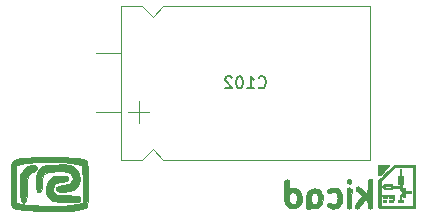
<source format=gbr>
G04 #@! TF.FileFunction,Legend,Bot*
%FSLAX46Y46*%
G04 Gerber Fmt 4.6, Leading zero omitted, Abs format (unit mm)*
G04 Created by KiCad (PCBNEW 4.0.7) date 2017 November 14, Tuesday 05:37:29*
%MOMM*%
%LPD*%
G01*
G04 APERTURE LIST*
%ADD10C,0.076200*%
%ADD11C,0.100000*%
%ADD12C,0.120000*%
%ADD13C,0.150000*%
G04 APERTURE END LIST*
D10*
D11*
G36*
X135125622Y-103269418D02*
X135127762Y-103863076D01*
X135128000Y-104047945D01*
X135129968Y-104688217D01*
X135136635Y-105178453D01*
X135149144Y-105537914D01*
X135168639Y-105785861D01*
X135196265Y-105941554D01*
X135233165Y-106024252D01*
X135246169Y-106037670D01*
X135413404Y-106109142D01*
X135551333Y-106139474D01*
X135551333Y-105685748D01*
X135551333Y-104092371D01*
X135555389Y-103571909D01*
X135566750Y-103122332D01*
X135584205Y-102768665D01*
X135606547Y-102535937D01*
X135630725Y-102449926D01*
X135742173Y-102419092D01*
X135984448Y-102372619D01*
X136320507Y-102317095D01*
X136667892Y-102265485D01*
X137296360Y-102203536D01*
X138023949Y-102175245D01*
X138793863Y-102179497D01*
X139549308Y-102215179D01*
X140233486Y-102281176D01*
X140631333Y-102343237D01*
X141181667Y-102447859D01*
X141204634Y-104069143D01*
X141227601Y-105690426D01*
X140654301Y-105781198D01*
X140318387Y-105833928D01*
X140013576Y-105881002D01*
X139827000Y-105909091D01*
X139586831Y-105926739D01*
X139215475Y-105933161D01*
X138750617Y-105929617D01*
X138229943Y-105917364D01*
X137691138Y-105897660D01*
X137171888Y-105871761D01*
X136709878Y-105840926D01*
X136342794Y-105806412D01*
X136207500Y-105788306D01*
X135551333Y-105685748D01*
X135551333Y-106139474D01*
X135722725Y-106177166D01*
X136146887Y-106239037D01*
X136658644Y-106292051D01*
X137230751Y-106333504D01*
X137835961Y-106360692D01*
X138447031Y-106370910D01*
X138599333Y-106370483D01*
X139084331Y-106365260D01*
X139523111Y-106357201D01*
X139881846Y-106347183D01*
X140126708Y-106336080D01*
X140208000Y-106328816D01*
X140714572Y-106245236D01*
X141122361Y-106162708D01*
X141407538Y-106086632D01*
X141541500Y-106026674D01*
X141578535Y-105948849D01*
X141606694Y-105773790D01*
X141626802Y-105486075D01*
X141639683Y-105070284D01*
X141646163Y-104510996D01*
X141647333Y-104047945D01*
X141646382Y-103431599D01*
X141642423Y-102963164D01*
X141633800Y-102621224D01*
X141618856Y-102384362D01*
X141595934Y-102231160D01*
X141563378Y-102140203D01*
X141519532Y-102090073D01*
X141494688Y-102074597D01*
X141228800Y-101981179D01*
X140823239Y-101901175D01*
X140307227Y-101835830D01*
X139709985Y-101786389D01*
X139060736Y-101754099D01*
X138388702Y-101740204D01*
X137723104Y-101745950D01*
X137093166Y-101772582D01*
X136528109Y-101821346D01*
X136289807Y-101852783D01*
X135924342Y-101904423D01*
X135644238Y-101949352D01*
X135438234Y-102008847D01*
X135295071Y-102104182D01*
X135203488Y-102256632D01*
X135152225Y-102487471D01*
X135130023Y-102817975D01*
X135125622Y-103269418D01*
X135125622Y-103269418D01*
X135125622Y-103269418D01*
G37*
X135125622Y-103269418D02*
X135127762Y-103863076D01*
X135128000Y-104047945D01*
X135129968Y-104688217D01*
X135136635Y-105178453D01*
X135149144Y-105537914D01*
X135168639Y-105785861D01*
X135196265Y-105941554D01*
X135233165Y-106024252D01*
X135246169Y-106037670D01*
X135413404Y-106109142D01*
X135551333Y-106139474D01*
X135551333Y-105685748D01*
X135551333Y-104092371D01*
X135555389Y-103571909D01*
X135566750Y-103122332D01*
X135584205Y-102768665D01*
X135606547Y-102535937D01*
X135630725Y-102449926D01*
X135742173Y-102419092D01*
X135984448Y-102372619D01*
X136320507Y-102317095D01*
X136667892Y-102265485D01*
X137296360Y-102203536D01*
X138023949Y-102175245D01*
X138793863Y-102179497D01*
X139549308Y-102215179D01*
X140233486Y-102281176D01*
X140631333Y-102343237D01*
X141181667Y-102447859D01*
X141204634Y-104069143D01*
X141227601Y-105690426D01*
X140654301Y-105781198D01*
X140318387Y-105833928D01*
X140013576Y-105881002D01*
X139827000Y-105909091D01*
X139586831Y-105926739D01*
X139215475Y-105933161D01*
X138750617Y-105929617D01*
X138229943Y-105917364D01*
X137691138Y-105897660D01*
X137171888Y-105871761D01*
X136709878Y-105840926D01*
X136342794Y-105806412D01*
X136207500Y-105788306D01*
X135551333Y-105685748D01*
X135551333Y-106139474D01*
X135722725Y-106177166D01*
X136146887Y-106239037D01*
X136658644Y-106292051D01*
X137230751Y-106333504D01*
X137835961Y-106360692D01*
X138447031Y-106370910D01*
X138599333Y-106370483D01*
X139084331Y-106365260D01*
X139523111Y-106357201D01*
X139881846Y-106347183D01*
X140126708Y-106336080D01*
X140208000Y-106328816D01*
X140714572Y-106245236D01*
X141122361Y-106162708D01*
X141407538Y-106086632D01*
X141541500Y-106026674D01*
X141578535Y-105948849D01*
X141606694Y-105773790D01*
X141626802Y-105486075D01*
X141639683Y-105070284D01*
X141646163Y-104510996D01*
X141647333Y-104047945D01*
X141646382Y-103431599D01*
X141642423Y-102963164D01*
X141633800Y-102621224D01*
X141618856Y-102384362D01*
X141595934Y-102231160D01*
X141563378Y-102140203D01*
X141519532Y-102090073D01*
X141494688Y-102074597D01*
X141228800Y-101981179D01*
X140823239Y-101901175D01*
X140307227Y-101835830D01*
X139709985Y-101786389D01*
X139060736Y-101754099D01*
X138388702Y-101740204D01*
X137723104Y-101745950D01*
X137093166Y-101772582D01*
X136528109Y-101821346D01*
X136289807Y-101852783D01*
X135924342Y-101904423D01*
X135644238Y-101949352D01*
X135438234Y-102008847D01*
X135295071Y-102104182D01*
X135203488Y-102256632D01*
X135152225Y-102487471D01*
X135130023Y-102817975D01*
X135125622Y-103269418D01*
X135125622Y-103269418D01*
G36*
X138087330Y-104414396D02*
X138134811Y-104797950D01*
X138299553Y-105147481D01*
X138573839Y-105416811D01*
X138715097Y-105490168D01*
X138903433Y-105540105D01*
X139174285Y-105571878D01*
X139563089Y-105590742D01*
X139784667Y-105596393D01*
X140181061Y-105600691D01*
X140519353Y-105596729D01*
X140761130Y-105585450D01*
X140864167Y-105569953D01*
X140953029Y-105452885D01*
X140961116Y-105274760D01*
X140893306Y-105120596D01*
X140836075Y-105080391D01*
X140697273Y-105058378D01*
X140433201Y-105041077D01*
X140087907Y-105030813D01*
X139862409Y-105029000D01*
X139380865Y-105013429D01*
X139044329Y-104959481D01*
X138830728Y-104856299D01*
X138717987Y-104693028D01*
X138684033Y-104458811D01*
X138684000Y-104449455D01*
X138750498Y-104185492D01*
X138955142Y-103998644D01*
X139305658Y-103883320D01*
X139507076Y-103853904D01*
X139782639Y-103818063D01*
X139929307Y-103772056D01*
X139987127Y-103694255D01*
X139996333Y-103589666D01*
X139985369Y-103475268D01*
X139927036Y-103408955D01*
X139783176Y-103374166D01*
X139515631Y-103354341D01*
X139446000Y-103350817D01*
X139029720Y-103354844D01*
X138730020Y-103419245D01*
X138635721Y-103461786D01*
X138339058Y-103706094D01*
X138155837Y-104037037D01*
X138087330Y-104414396D01*
X138087330Y-104414396D01*
X138087330Y-104414396D01*
G37*
X138087330Y-104414396D02*
X138134811Y-104797950D01*
X138299553Y-105147481D01*
X138573839Y-105416811D01*
X138715097Y-105490168D01*
X138903433Y-105540105D01*
X139174285Y-105571878D01*
X139563089Y-105590742D01*
X139784667Y-105596393D01*
X140181061Y-105600691D01*
X140519353Y-105596729D01*
X140761130Y-105585450D01*
X140864167Y-105569953D01*
X140953029Y-105452885D01*
X140961116Y-105274760D01*
X140893306Y-105120596D01*
X140836075Y-105080391D01*
X140697273Y-105058378D01*
X140433201Y-105041077D01*
X140087907Y-105030813D01*
X139862409Y-105029000D01*
X139380865Y-105013429D01*
X139044329Y-104959481D01*
X138830728Y-104856299D01*
X138717987Y-104693028D01*
X138684033Y-104458811D01*
X138684000Y-104449455D01*
X138750498Y-104185492D01*
X138955142Y-103998644D01*
X139305658Y-103883320D01*
X139507076Y-103853904D01*
X139782639Y-103818063D01*
X139929307Y-103772056D01*
X139987127Y-103694255D01*
X139996333Y-103589666D01*
X139985369Y-103475268D01*
X139927036Y-103408955D01*
X139783176Y-103374166D01*
X139515631Y-103354341D01*
X139446000Y-103350817D01*
X139029720Y-103354844D01*
X138730020Y-103419245D01*
X138635721Y-103461786D01*
X138339058Y-103706094D01*
X138155837Y-104037037D01*
X138087330Y-104414396D01*
X138087330Y-104414396D01*
G36*
X135890932Y-104505399D02*
X135910862Y-105028157D01*
X135971661Y-105391069D01*
X136072706Y-105592846D01*
X136213376Y-105632203D01*
X136381067Y-105520066D01*
X136434318Y-105374488D01*
X136468314Y-105067882D01*
X136482324Y-104607537D01*
X136482667Y-104508050D01*
X136491236Y-104110735D01*
X136514370Y-103758407D01*
X136548210Y-103496877D01*
X136576759Y-103391124D01*
X136720325Y-103221654D01*
X136954672Y-103074565D01*
X137000092Y-103055284D01*
X137221162Y-102944786D01*
X137315993Y-102818972D01*
X137329333Y-102713685D01*
X137265361Y-102537243D01*
X137097431Y-102453667D01*
X136861525Y-102460481D01*
X136593626Y-102555205D01*
X136329716Y-102735361D01*
X136275722Y-102786255D01*
X136124440Y-102962985D01*
X136017784Y-103162797D01*
X135948483Y-103418186D01*
X135909263Y-103761649D01*
X135892851Y-104225682D01*
X135890932Y-104505399D01*
X135890932Y-104505399D01*
X135890932Y-104505399D01*
G37*
X135890932Y-104505399D02*
X135910862Y-105028157D01*
X135971661Y-105391069D01*
X136072706Y-105592846D01*
X136213376Y-105632203D01*
X136381067Y-105520066D01*
X136434318Y-105374488D01*
X136468314Y-105067882D01*
X136482324Y-104607537D01*
X136482667Y-104508050D01*
X136491236Y-104110735D01*
X136514370Y-103758407D01*
X136548210Y-103496877D01*
X136576759Y-103391124D01*
X136720325Y-103221654D01*
X136954672Y-103074565D01*
X137000092Y-103055284D01*
X137221162Y-102944786D01*
X137315993Y-102818972D01*
X137329333Y-102713685D01*
X137265361Y-102537243D01*
X137097431Y-102453667D01*
X136861525Y-102460481D01*
X136593626Y-102555205D01*
X136329716Y-102735361D01*
X136275722Y-102786255D01*
X136124440Y-102962985D01*
X136017784Y-103162797D01*
X135948483Y-103418186D01*
X135909263Y-103761649D01*
X135892851Y-104225682D01*
X135890932Y-104505399D01*
X135890932Y-104505399D01*
G36*
X137234801Y-104139520D02*
X137258826Y-104436519D01*
X137310783Y-104646327D01*
X137371667Y-104720951D01*
X137563695Y-104751023D01*
X137684143Y-104654621D01*
X137742889Y-104417874D01*
X137752667Y-104185909D01*
X137787746Y-103690412D01*
X137895015Y-103340937D01*
X138077521Y-103128931D01*
X138141865Y-103093336D01*
X138319306Y-103050401D01*
X138614414Y-103017319D01*
X138975592Y-102999058D01*
X139142233Y-102997000D01*
X139533858Y-103002548D01*
X139798654Y-103024080D01*
X139978902Y-103068927D01*
X140116886Y-103144422D01*
X140154249Y-103172478D01*
X140333246Y-103401739D01*
X140370798Y-103664950D01*
X140263614Y-103911950D01*
X140206688Y-103971854D01*
X139983794Y-104086454D01*
X139634358Y-104157508D01*
X139550521Y-104165644D01*
X139186152Y-104222077D01*
X138985352Y-104319606D01*
X138947192Y-104459155D01*
X139070743Y-104641647D01*
X139071048Y-104641952D01*
X139268147Y-104739949D01*
X139590777Y-104757715D01*
X140050879Y-104695860D01*
X140067249Y-104692719D01*
X140446998Y-104546080D01*
X140725444Y-104294501D01*
X140898504Y-103971686D01*
X140962099Y-103611335D01*
X140912146Y-103247151D01*
X140744565Y-102912837D01*
X140455274Y-102642094D01*
X140324472Y-102568569D01*
X140141140Y-102489187D01*
X139957711Y-102438824D01*
X139732663Y-102412875D01*
X139424472Y-102406734D01*
X138991616Y-102415796D01*
X138956509Y-102416852D01*
X138463514Y-102439266D01*
X138105565Y-102479823D01*
X137848477Y-102550716D01*
X137658068Y-102664137D01*
X137500155Y-102832277D01*
X137402375Y-102971171D01*
X137322495Y-103171154D01*
X137267418Y-103462259D01*
X137237926Y-103799907D01*
X137234801Y-104139520D01*
X137234801Y-104139520D01*
X137234801Y-104139520D01*
G37*
X137234801Y-104139520D02*
X137258826Y-104436519D01*
X137310783Y-104646327D01*
X137371667Y-104720951D01*
X137563695Y-104751023D01*
X137684143Y-104654621D01*
X137742889Y-104417874D01*
X137752667Y-104185909D01*
X137787746Y-103690412D01*
X137895015Y-103340937D01*
X138077521Y-103128931D01*
X138141865Y-103093336D01*
X138319306Y-103050401D01*
X138614414Y-103017319D01*
X138975592Y-102999058D01*
X139142233Y-102997000D01*
X139533858Y-103002548D01*
X139798654Y-103024080D01*
X139978902Y-103068927D01*
X140116886Y-103144422D01*
X140154249Y-103172478D01*
X140333246Y-103401739D01*
X140370798Y-103664950D01*
X140263614Y-103911950D01*
X140206688Y-103971854D01*
X139983794Y-104086454D01*
X139634358Y-104157508D01*
X139550521Y-104165644D01*
X139186152Y-104222077D01*
X138985352Y-104319606D01*
X138947192Y-104459155D01*
X139070743Y-104641647D01*
X139071048Y-104641952D01*
X139268147Y-104739949D01*
X139590777Y-104757715D01*
X140050879Y-104695860D01*
X140067249Y-104692719D01*
X140446998Y-104546080D01*
X140725444Y-104294501D01*
X140898504Y-103971686D01*
X140962099Y-103611335D01*
X140912146Y-103247151D01*
X140744565Y-102912837D01*
X140455274Y-102642094D01*
X140324472Y-102568569D01*
X140141140Y-102489187D01*
X139957711Y-102438824D01*
X139732663Y-102412875D01*
X139424472Y-102406734D01*
X138991616Y-102415796D01*
X138956509Y-102416852D01*
X138463514Y-102439266D01*
X138105565Y-102479823D01*
X137848477Y-102550716D01*
X137658068Y-102664137D01*
X137500155Y-102832277D01*
X137402375Y-102971171D01*
X137322495Y-103171154D01*
X137267418Y-103462259D01*
X137237926Y-103799907D01*
X137234801Y-104139520D01*
X137234801Y-104139520D01*
G36*
X160128102Y-105426053D02*
X160129542Y-105616921D01*
X160129666Y-105625623D01*
X160136417Y-106091070D01*
X160195805Y-106142118D01*
X160275749Y-106186807D01*
X160359288Y-106190865D01*
X160439209Y-106154589D01*
X160466515Y-106130908D01*
X160508312Y-106092367D01*
X160528000Y-106084766D01*
X160528000Y-105305792D01*
X160534662Y-105160606D01*
X160555994Y-105049007D01*
X160594015Y-104964181D01*
X160647671Y-104901982D01*
X160734076Y-104851882D01*
X160831272Y-104836518D01*
X160929077Y-104853853D01*
X161017306Y-104901852D01*
X161085776Y-104978479D01*
X161093014Y-104991022D01*
X161115878Y-105059736D01*
X161129680Y-105156279D01*
X161134541Y-105267657D01*
X161130577Y-105380874D01*
X161117908Y-105482938D01*
X161096651Y-105560855D01*
X161087651Y-105579261D01*
X161016658Y-105667490D01*
X160929798Y-105724675D01*
X160835057Y-105748873D01*
X160740419Y-105738136D01*
X160653871Y-105690519D01*
X160648808Y-105686183D01*
X160590022Y-105617541D01*
X160551935Y-105529453D01*
X160532190Y-105414495D01*
X160528000Y-105305792D01*
X160528000Y-106084766D01*
X160539755Y-106080229D01*
X160579544Y-106090107D01*
X160601790Y-106099158D01*
X160662355Y-106115161D01*
X160747227Y-106126109D01*
X160828945Y-106129649D01*
X160927674Y-106125682D01*
X161006660Y-106110629D01*
X161088018Y-106079727D01*
X161111876Y-106068703D01*
X161259228Y-105979487D01*
X161374911Y-105865457D01*
X161459766Y-105725038D01*
X161514634Y-105556654D01*
X161540356Y-105358730D01*
X161542657Y-105261833D01*
X161531489Y-105090444D01*
X161496955Y-104943671D01*
X161435155Y-104808537D01*
X161381041Y-104724353D01*
X161272491Y-104604247D01*
X161144814Y-104517668D01*
X161004053Y-104464105D01*
X160856252Y-104443047D01*
X160707456Y-104453985D01*
X160563709Y-104496407D01*
X160431055Y-104569805D01*
X160315538Y-104673667D01*
X160223202Y-104807482D01*
X160215336Y-104822773D01*
X160186145Y-104889150D01*
X160163679Y-104961103D01*
X160147289Y-105044701D01*
X160136328Y-105146012D01*
X160130148Y-105271106D01*
X160128102Y-105426053D01*
X160128102Y-105426053D01*
X160128102Y-105426053D01*
G37*
X160128102Y-105426053D02*
X160129542Y-105616921D01*
X160129666Y-105625623D01*
X160136417Y-106091070D01*
X160195805Y-106142118D01*
X160275749Y-106186807D01*
X160359288Y-106190865D01*
X160439209Y-106154589D01*
X160466515Y-106130908D01*
X160508312Y-106092367D01*
X160528000Y-106084766D01*
X160528000Y-105305792D01*
X160534662Y-105160606D01*
X160555994Y-105049007D01*
X160594015Y-104964181D01*
X160647671Y-104901982D01*
X160734076Y-104851882D01*
X160831272Y-104836518D01*
X160929077Y-104853853D01*
X161017306Y-104901852D01*
X161085776Y-104978479D01*
X161093014Y-104991022D01*
X161115878Y-105059736D01*
X161129680Y-105156279D01*
X161134541Y-105267657D01*
X161130577Y-105380874D01*
X161117908Y-105482938D01*
X161096651Y-105560855D01*
X161087651Y-105579261D01*
X161016658Y-105667490D01*
X160929798Y-105724675D01*
X160835057Y-105748873D01*
X160740419Y-105738136D01*
X160653871Y-105690519D01*
X160648808Y-105686183D01*
X160590022Y-105617541D01*
X160551935Y-105529453D01*
X160532190Y-105414495D01*
X160528000Y-105305792D01*
X160528000Y-106084766D01*
X160539755Y-106080229D01*
X160579544Y-106090107D01*
X160601790Y-106099158D01*
X160662355Y-106115161D01*
X160747227Y-106126109D01*
X160828945Y-106129649D01*
X160927674Y-106125682D01*
X161006660Y-106110629D01*
X161088018Y-106079727D01*
X161111876Y-106068703D01*
X161259228Y-105979487D01*
X161374911Y-105865457D01*
X161459766Y-105725038D01*
X161514634Y-105556654D01*
X161540356Y-105358730D01*
X161542657Y-105261833D01*
X161531489Y-105090444D01*
X161496955Y-104943671D01*
X161435155Y-104808537D01*
X161381041Y-104724353D01*
X161272491Y-104604247D01*
X161144814Y-104517668D01*
X161004053Y-104464105D01*
X160856252Y-104443047D01*
X160707456Y-104453985D01*
X160563709Y-104496407D01*
X160431055Y-104569805D01*
X160315538Y-104673667D01*
X160223202Y-104807482D01*
X160215336Y-104822773D01*
X160186145Y-104889150D01*
X160163679Y-104961103D01*
X160147289Y-105044701D01*
X160136328Y-105146012D01*
X160130148Y-105271106D01*
X160128102Y-105426053D01*
X160128102Y-105426053D01*
G36*
X164232167Y-105939302D02*
X164249683Y-106004936D01*
X164293903Y-106070875D01*
X164352333Y-106121436D01*
X164390676Y-106138298D01*
X164434046Y-106144501D01*
X164476326Y-106138163D01*
X164521385Y-106115898D01*
X164573092Y-106074318D01*
X164635314Y-106010039D01*
X164711919Y-105919672D01*
X164806775Y-105799832D01*
X164867733Y-105720646D01*
X164951494Y-105612383D01*
X165027545Y-105516418D01*
X165091903Y-105437586D01*
X165140586Y-105380723D01*
X165169613Y-105350667D01*
X165175223Y-105347175D01*
X165202255Y-105360907D01*
X165244268Y-105396310D01*
X165263317Y-105415291D01*
X165290405Y-105444797D01*
X165309010Y-105472237D01*
X165320989Y-105506218D01*
X165328197Y-105555349D01*
X165332491Y-105628235D01*
X165335728Y-105733483D01*
X165336261Y-105753488D01*
X165339689Y-105865405D01*
X165344029Y-105943319D01*
X165350855Y-105995555D01*
X165361743Y-106030438D01*
X165378269Y-106056293D01*
X165397471Y-106076936D01*
X165457364Y-106118484D01*
X165526128Y-106143084D01*
X165526857Y-106143204D01*
X165581524Y-106146095D01*
X165626577Y-106128866D01*
X165673886Y-106091367D01*
X165745583Y-106027305D01*
X165745583Y-104880563D01*
X165745583Y-103733820D01*
X165682083Y-103683015D01*
X165605342Y-103643831D01*
X165521382Y-103635543D01*
X165442349Y-103656228D01*
X165380388Y-103703963D01*
X165361286Y-103733811D01*
X165356311Y-103763772D01*
X165351092Y-103830194D01*
X165345899Y-103927209D01*
X165341001Y-104048948D01*
X165336667Y-104189543D01*
X165333166Y-104343124D01*
X165333050Y-104349296D01*
X165322250Y-104929010D01*
X164968302Y-104609140D01*
X164863204Y-104515683D01*
X164765634Y-104431769D01*
X164680876Y-104361718D01*
X164614212Y-104309848D01*
X164570925Y-104280476D01*
X164560433Y-104275737D01*
X164488473Y-104276128D01*
X164412909Y-104304020D01*
X164353536Y-104351636D01*
X164347740Y-104359293D01*
X164325972Y-104411557D01*
X164316834Y-104475588D01*
X164316833Y-104476014D01*
X164320187Y-104507684D01*
X164332670Y-104540884D01*
X164357913Y-104579725D01*
X164399551Y-104628318D01*
X164461214Y-104690775D01*
X164546536Y-104771207D01*
X164659149Y-104873727D01*
X164703213Y-104913370D01*
X164867343Y-105060750D01*
X164549755Y-105469968D01*
X164442428Y-105609602D01*
X164359950Y-105720193D01*
X164300004Y-105805163D01*
X164260273Y-105867938D01*
X164238440Y-105911941D01*
X164232167Y-105939302D01*
X164232167Y-105939302D01*
X164232167Y-105939302D01*
G37*
X164232167Y-105939302D02*
X164249683Y-106004936D01*
X164293903Y-106070875D01*
X164352333Y-106121436D01*
X164390676Y-106138298D01*
X164434046Y-106144501D01*
X164476326Y-106138163D01*
X164521385Y-106115898D01*
X164573092Y-106074318D01*
X164635314Y-106010039D01*
X164711919Y-105919672D01*
X164806775Y-105799832D01*
X164867733Y-105720646D01*
X164951494Y-105612383D01*
X165027545Y-105516418D01*
X165091903Y-105437586D01*
X165140586Y-105380723D01*
X165169613Y-105350667D01*
X165175223Y-105347175D01*
X165202255Y-105360907D01*
X165244268Y-105396310D01*
X165263317Y-105415291D01*
X165290405Y-105444797D01*
X165309010Y-105472237D01*
X165320989Y-105506218D01*
X165328197Y-105555349D01*
X165332491Y-105628235D01*
X165335728Y-105733483D01*
X165336261Y-105753488D01*
X165339689Y-105865405D01*
X165344029Y-105943319D01*
X165350855Y-105995555D01*
X165361743Y-106030438D01*
X165378269Y-106056293D01*
X165397471Y-106076936D01*
X165457364Y-106118484D01*
X165526128Y-106143084D01*
X165526857Y-106143204D01*
X165581524Y-106146095D01*
X165626577Y-106128866D01*
X165673886Y-106091367D01*
X165745583Y-106027305D01*
X165745583Y-104880563D01*
X165745583Y-103733820D01*
X165682083Y-103683015D01*
X165605342Y-103643831D01*
X165521382Y-103635543D01*
X165442349Y-103656228D01*
X165380388Y-103703963D01*
X165361286Y-103733811D01*
X165356311Y-103763772D01*
X165351092Y-103830194D01*
X165345899Y-103927209D01*
X165341001Y-104048948D01*
X165336667Y-104189543D01*
X165333166Y-104343124D01*
X165333050Y-104349296D01*
X165322250Y-104929010D01*
X164968302Y-104609140D01*
X164863204Y-104515683D01*
X164765634Y-104431769D01*
X164680876Y-104361718D01*
X164614212Y-104309848D01*
X164570925Y-104280476D01*
X164560433Y-104275737D01*
X164488473Y-104276128D01*
X164412909Y-104304020D01*
X164353536Y-104351636D01*
X164347740Y-104359293D01*
X164325972Y-104411557D01*
X164316834Y-104475588D01*
X164316833Y-104476014D01*
X164320187Y-104507684D01*
X164332670Y-104540884D01*
X164357913Y-104579725D01*
X164399551Y-104628318D01*
X164461214Y-104690775D01*
X164546536Y-104771207D01*
X164659149Y-104873727D01*
X164703213Y-104913370D01*
X164867343Y-105060750D01*
X164549755Y-105469968D01*
X164442428Y-105609602D01*
X164359950Y-105720193D01*
X164300004Y-105805163D01*
X164260273Y-105867938D01*
X164238440Y-105911941D01*
X164232167Y-105939302D01*
X164232167Y-105939302D01*
G36*
X163557091Y-104981501D02*
X163558091Y-105171914D01*
X163559100Y-105294904D01*
X163565417Y-106022926D01*
X163618333Y-106075783D01*
X163688265Y-106122763D01*
X163768414Y-106142583D01*
X163840583Y-106131624D01*
X163886419Y-106102277D01*
X163925250Y-106066468D01*
X163936491Y-106052231D01*
X163945603Y-106034133D01*
X163952856Y-106007789D01*
X163958516Y-105968816D01*
X163962852Y-105912828D01*
X163966131Y-105835441D01*
X163968621Y-105732271D01*
X163970591Y-105598933D01*
X163972308Y-105431042D01*
X163973634Y-105274476D01*
X163979684Y-104529511D01*
X163931300Y-104458095D01*
X163865420Y-104388663D01*
X163790202Y-104360233D01*
X163706723Y-104373147D01*
X163688585Y-104380981D01*
X163654405Y-104398741D01*
X163626494Y-104419023D01*
X163604262Y-104445992D01*
X163587120Y-104483813D01*
X163574477Y-104536653D01*
X163565743Y-104608676D01*
X163560327Y-104704048D01*
X163557640Y-104826934D01*
X163557091Y-104981501D01*
X163557091Y-104981501D01*
X163557091Y-104981501D01*
G37*
X163557091Y-104981501D02*
X163558091Y-105171914D01*
X163559100Y-105294904D01*
X163565417Y-106022926D01*
X163618333Y-106075783D01*
X163688265Y-106122763D01*
X163768414Y-106142583D01*
X163840583Y-106131624D01*
X163886419Y-106102277D01*
X163925250Y-106066468D01*
X163936491Y-106052231D01*
X163945603Y-106034133D01*
X163952856Y-106007789D01*
X163958516Y-105968816D01*
X163962852Y-105912828D01*
X163966131Y-105835441D01*
X163968621Y-105732271D01*
X163970591Y-105598933D01*
X163972308Y-105431042D01*
X163973634Y-105274476D01*
X163979684Y-104529511D01*
X163931300Y-104458095D01*
X163865420Y-104388663D01*
X163790202Y-104360233D01*
X163706723Y-104373147D01*
X163688585Y-104380981D01*
X163654405Y-104398741D01*
X163626494Y-104419023D01*
X163604262Y-104445992D01*
X163587120Y-104483813D01*
X163574477Y-104536653D01*
X163565743Y-104608676D01*
X163560327Y-104704048D01*
X163557640Y-104826934D01*
X163557091Y-104981501D01*
X163557091Y-104981501D01*
G36*
X161882667Y-105875577D02*
X161902625Y-105936699D01*
X161957687Y-105994341D01*
X162040635Y-106045951D01*
X162144247Y-106088978D01*
X162261306Y-106120871D01*
X162384592Y-106139079D01*
X162506886Y-106141052D01*
X162599990Y-106129053D01*
X162762292Y-106074410D01*
X162906192Y-105984608D01*
X163025907Y-105864873D01*
X163115656Y-105720425D01*
X163150292Y-105631894D01*
X163197850Y-105418995D01*
X163207994Y-105204987D01*
X163181095Y-104997234D01*
X163117518Y-104803100D01*
X163107765Y-104781752D01*
X163018372Y-104639766D01*
X162899468Y-104523462D01*
X162757466Y-104436127D01*
X162598778Y-104381046D01*
X162429816Y-104361507D01*
X162306500Y-104371114D01*
X162162527Y-104404485D01*
X162046403Y-104452047D01*
X161960595Y-104510865D01*
X161907570Y-104578002D01*
X161889797Y-104650522D01*
X161909742Y-104725489D01*
X161956649Y-104787406D01*
X162010670Y-104825000D01*
X162076484Y-104836277D01*
X162162225Y-104821490D01*
X162237436Y-104796155D01*
X162345681Y-104763137D01*
X162437437Y-104756083D01*
X162528876Y-104774021D01*
X162540967Y-104777932D01*
X162638563Y-104825604D01*
X162710488Y-104896768D01*
X162758742Y-104995277D01*
X162785323Y-105124985D01*
X162792369Y-105262640D01*
X162784299Y-105413483D01*
X162757808Y-105531124D01*
X162710643Y-105621484D01*
X162640551Y-105690485D01*
X162625662Y-105700870D01*
X162538874Y-105736984D01*
X162432091Y-105750059D01*
X162320969Y-105739884D01*
X162221333Y-105706333D01*
X162160057Y-105679838D01*
X162107799Y-105665088D01*
X162096173Y-105664000D01*
X162013195Y-105683228D01*
X161943154Y-105734082D01*
X161896392Y-105806313D01*
X161882667Y-105875577D01*
X161882667Y-105875577D01*
X161882667Y-105875577D01*
G37*
X161882667Y-105875577D02*
X161902625Y-105936699D01*
X161957687Y-105994341D01*
X162040635Y-106045951D01*
X162144247Y-106088978D01*
X162261306Y-106120871D01*
X162384592Y-106139079D01*
X162506886Y-106141052D01*
X162599990Y-106129053D01*
X162762292Y-106074410D01*
X162906192Y-105984608D01*
X163025907Y-105864873D01*
X163115656Y-105720425D01*
X163150292Y-105631894D01*
X163197850Y-105418995D01*
X163207994Y-105204987D01*
X163181095Y-104997234D01*
X163117518Y-104803100D01*
X163107765Y-104781752D01*
X163018372Y-104639766D01*
X162899468Y-104523462D01*
X162757466Y-104436127D01*
X162598778Y-104381046D01*
X162429816Y-104361507D01*
X162306500Y-104371114D01*
X162162527Y-104404485D01*
X162046403Y-104452047D01*
X161960595Y-104510865D01*
X161907570Y-104578002D01*
X161889797Y-104650522D01*
X161909742Y-104725489D01*
X161956649Y-104787406D01*
X162010670Y-104825000D01*
X162076484Y-104836277D01*
X162162225Y-104821490D01*
X162237436Y-104796155D01*
X162345681Y-104763137D01*
X162437437Y-104756083D01*
X162528876Y-104774021D01*
X162540967Y-104777932D01*
X162638563Y-104825604D01*
X162710488Y-104896768D01*
X162758742Y-104995277D01*
X162785323Y-105124985D01*
X162792369Y-105262640D01*
X162784299Y-105413483D01*
X162757808Y-105531124D01*
X162710643Y-105621484D01*
X162640551Y-105690485D01*
X162625662Y-105700870D01*
X162538874Y-105736984D01*
X162432091Y-105750059D01*
X162320969Y-105739884D01*
X162221333Y-105706333D01*
X162160057Y-105679838D01*
X162107799Y-105665088D01*
X162096173Y-105664000D01*
X162013195Y-105683228D01*
X161943154Y-105734082D01*
X161896392Y-105806313D01*
X161882667Y-105875577D01*
X161882667Y-105875577D01*
G36*
X158281798Y-103800612D02*
X158288652Y-104684681D01*
X158290385Y-104901448D01*
X158292068Y-105080221D01*
X158293947Y-105225336D01*
X158296263Y-105341131D01*
X158299262Y-105431943D01*
X158303187Y-105502110D01*
X158308283Y-105555970D01*
X158314792Y-105597859D01*
X158322960Y-105632115D01*
X158333029Y-105663076D01*
X158345245Y-105695078D01*
X158345509Y-105695750D01*
X158406194Y-105825755D01*
X158476382Y-105924882D01*
X158564578Y-106004575D01*
X158586593Y-106020193D01*
X158686500Y-106071286D01*
X158686500Y-105225381D01*
X158686500Y-104940099D01*
X158756570Y-104870029D01*
X158826197Y-104817069D01*
X158906211Y-104778934D01*
X158918691Y-104775173D01*
X159038603Y-104760800D01*
X159143317Y-104784237D01*
X159230454Y-104842944D01*
X159297636Y-104934385D01*
X159342485Y-105056023D01*
X159362622Y-105205321D01*
X159363515Y-105249728D01*
X159349540Y-105407548D01*
X159309965Y-105540353D01*
X159247229Y-105645069D01*
X159163774Y-105718619D01*
X159062039Y-105757929D01*
X158957366Y-105761546D01*
X158884310Y-105742423D01*
X158815961Y-105708065D01*
X158814038Y-105706716D01*
X158766812Y-105666045D01*
X158732435Y-105616676D01*
X158709064Y-105551657D01*
X158694858Y-105464034D01*
X158687974Y-105346855D01*
X158686500Y-105225381D01*
X158686500Y-106071286D01*
X158734492Y-106095830D01*
X158901614Y-106134520D01*
X159085692Y-106135788D01*
X159120417Y-106132009D01*
X159231723Y-106104307D01*
X159352280Y-106052230D01*
X159464693Y-105984297D01*
X159529410Y-105931694D01*
X159572856Y-105880000D01*
X159623249Y-105804406D01*
X159670752Y-105719878D01*
X159677520Y-105706333D01*
X159755304Y-105547583D01*
X159754814Y-105261833D01*
X159753666Y-105138913D01*
X159749911Y-105048189D01*
X159742353Y-104979548D01*
X159729798Y-104922875D01*
X159711049Y-104868057D01*
X159707077Y-104857987D01*
X159624265Y-104704097D01*
X159512989Y-104577455D01*
X159378935Y-104480562D01*
X159227788Y-104415923D01*
X159065233Y-104386040D01*
X158896953Y-104393417D01*
X158744708Y-104434211D01*
X158686500Y-104456452D01*
X158686500Y-104130516D01*
X158686254Y-104006257D01*
X158684815Y-103916817D01*
X158681130Y-103854685D01*
X158674146Y-103812347D01*
X158662811Y-103782291D01*
X158646071Y-103757004D01*
X158631702Y-103739457D01*
X158562850Y-103685977D01*
X158483912Y-103670720D01*
X158403117Y-103693743D01*
X158344938Y-103737472D01*
X158281798Y-103800612D01*
X158281798Y-103800612D01*
X158281798Y-103800612D01*
G37*
X158281798Y-103800612D02*
X158288652Y-104684681D01*
X158290385Y-104901448D01*
X158292068Y-105080221D01*
X158293947Y-105225336D01*
X158296263Y-105341131D01*
X158299262Y-105431943D01*
X158303187Y-105502110D01*
X158308283Y-105555970D01*
X158314792Y-105597859D01*
X158322960Y-105632115D01*
X158333029Y-105663076D01*
X158345245Y-105695078D01*
X158345509Y-105695750D01*
X158406194Y-105825755D01*
X158476382Y-105924882D01*
X158564578Y-106004575D01*
X158586593Y-106020193D01*
X158686500Y-106071286D01*
X158686500Y-105225381D01*
X158686500Y-104940099D01*
X158756570Y-104870029D01*
X158826197Y-104817069D01*
X158906211Y-104778934D01*
X158918691Y-104775173D01*
X159038603Y-104760800D01*
X159143317Y-104784237D01*
X159230454Y-104842944D01*
X159297636Y-104934385D01*
X159342485Y-105056023D01*
X159362622Y-105205321D01*
X159363515Y-105249728D01*
X159349540Y-105407548D01*
X159309965Y-105540353D01*
X159247229Y-105645069D01*
X159163774Y-105718619D01*
X159062039Y-105757929D01*
X158957366Y-105761546D01*
X158884310Y-105742423D01*
X158815961Y-105708065D01*
X158814038Y-105706716D01*
X158766812Y-105666045D01*
X158732435Y-105616676D01*
X158709064Y-105551657D01*
X158694858Y-105464034D01*
X158687974Y-105346855D01*
X158686500Y-105225381D01*
X158686500Y-106071286D01*
X158734492Y-106095830D01*
X158901614Y-106134520D01*
X159085692Y-106135788D01*
X159120417Y-106132009D01*
X159231723Y-106104307D01*
X159352280Y-106052230D01*
X159464693Y-105984297D01*
X159529410Y-105931694D01*
X159572856Y-105880000D01*
X159623249Y-105804406D01*
X159670752Y-105719878D01*
X159677520Y-105706333D01*
X159755304Y-105547583D01*
X159754814Y-105261833D01*
X159753666Y-105138913D01*
X159749911Y-105048189D01*
X159742353Y-104979548D01*
X159729798Y-104922875D01*
X159711049Y-104868057D01*
X159707077Y-104857987D01*
X159624265Y-104704097D01*
X159512989Y-104577455D01*
X159378935Y-104480562D01*
X159227788Y-104415923D01*
X159065233Y-104386040D01*
X158896953Y-104393417D01*
X158744708Y-104434211D01*
X158686500Y-104456452D01*
X158686500Y-104130516D01*
X158686254Y-104006257D01*
X158684815Y-103916817D01*
X158681130Y-103854685D01*
X158674146Y-103812347D01*
X158662811Y-103782291D01*
X158646071Y-103757004D01*
X158631702Y-103739457D01*
X158562850Y-103685977D01*
X158483912Y-103670720D01*
X158403117Y-103693743D01*
X158344938Y-103737472D01*
X158281798Y-103800612D01*
X158281798Y-103800612D01*
G36*
X166200658Y-104603873D02*
X166200663Y-104843676D01*
X166200667Y-104903065D01*
X166200667Y-105985733D01*
X166272633Y-106057699D01*
X166344600Y-106129666D01*
X166433500Y-106129666D01*
X166433500Y-105896833D01*
X166433500Y-104874373D01*
X166433500Y-103851913D01*
X166872708Y-103417230D01*
X166995776Y-103295643D01*
X167118988Y-103174300D01*
X167236296Y-103059129D01*
X167341653Y-102956059D01*
X167429008Y-102871017D01*
X167491833Y-102810394D01*
X167671750Y-102638240D01*
X168417875Y-102637703D01*
X169164000Y-102637166D01*
X169164000Y-104267000D01*
X169164000Y-105896833D01*
X167798750Y-105896833D01*
X166433500Y-105896833D01*
X166433500Y-106129666D01*
X167796300Y-106129666D01*
X169247999Y-106129666D01*
X169317125Y-106067902D01*
X169386250Y-106006139D01*
X169386250Y-104303690D01*
X169386149Y-103987281D01*
X169385816Y-103710595D01*
X169385207Y-103471023D01*
X169384279Y-103265955D01*
X169382987Y-103092781D01*
X169381288Y-102948891D01*
X169379139Y-102831676D01*
X169376494Y-102738527D01*
X169373311Y-102666833D01*
X169369545Y-102613985D01*
X169365153Y-102577373D01*
X169360091Y-102554388D01*
X169356728Y-102546078D01*
X169338989Y-102515892D01*
X169318450Y-102491212D01*
X169290955Y-102471502D01*
X169252346Y-102456227D01*
X169198466Y-102444849D01*
X169125158Y-102436834D01*
X169028266Y-102431644D01*
X168903632Y-102428745D01*
X168747100Y-102427599D01*
X168554512Y-102427671D01*
X168441135Y-102428004D01*
X168264928Y-102428959D01*
X168100288Y-102430547D01*
X167952475Y-102432665D01*
X167826748Y-102435210D01*
X167728366Y-102438077D01*
X167662588Y-102441163D01*
X167636247Y-102443879D01*
X167619773Y-102448484D01*
X167602216Y-102456048D01*
X167580708Y-102469146D01*
X167552379Y-102490353D01*
X167514360Y-102522244D01*
X167463783Y-102567395D01*
X167397780Y-102628381D01*
X167313480Y-102707776D01*
X167208016Y-102808157D01*
X167078519Y-102932099D01*
X166922119Y-103082176D01*
X166878000Y-103124541D01*
X166756835Y-103240707D01*
X166642395Y-103350066D01*
X166539091Y-103448429D01*
X166451337Y-103531607D01*
X166383545Y-103595411D01*
X166340127Y-103635652D01*
X166330831Y-103643988D01*
X166302547Y-103668576D01*
X166278684Y-103691143D01*
X166258867Y-103715317D01*
X166242719Y-103744727D01*
X166229867Y-103783000D01*
X166219935Y-103833765D01*
X166212548Y-103900650D01*
X166207331Y-103987284D01*
X166203908Y-104097295D01*
X166201905Y-104234311D01*
X166200947Y-104401961D01*
X166200658Y-104603873D01*
X166200658Y-104603873D01*
X166200658Y-104603873D01*
G37*
X166200658Y-104603873D02*
X166200663Y-104843676D01*
X166200667Y-104903065D01*
X166200667Y-105985733D01*
X166272633Y-106057699D01*
X166344600Y-106129666D01*
X166433500Y-106129666D01*
X166433500Y-105896833D01*
X166433500Y-104874373D01*
X166433500Y-103851913D01*
X166872708Y-103417230D01*
X166995776Y-103295643D01*
X167118988Y-103174300D01*
X167236296Y-103059129D01*
X167341653Y-102956059D01*
X167429008Y-102871017D01*
X167491833Y-102810394D01*
X167671750Y-102638240D01*
X168417875Y-102637703D01*
X169164000Y-102637166D01*
X169164000Y-104267000D01*
X169164000Y-105896833D01*
X167798750Y-105896833D01*
X166433500Y-105896833D01*
X166433500Y-106129666D01*
X167796300Y-106129666D01*
X169247999Y-106129666D01*
X169317125Y-106067902D01*
X169386250Y-106006139D01*
X169386250Y-104303690D01*
X169386149Y-103987281D01*
X169385816Y-103710595D01*
X169385207Y-103471023D01*
X169384279Y-103265955D01*
X169382987Y-103092781D01*
X169381288Y-102948891D01*
X169379139Y-102831676D01*
X169376494Y-102738527D01*
X169373311Y-102666833D01*
X169369545Y-102613985D01*
X169365153Y-102577373D01*
X169360091Y-102554388D01*
X169356728Y-102546078D01*
X169338989Y-102515892D01*
X169318450Y-102491212D01*
X169290955Y-102471502D01*
X169252346Y-102456227D01*
X169198466Y-102444849D01*
X169125158Y-102436834D01*
X169028266Y-102431644D01*
X168903632Y-102428745D01*
X168747100Y-102427599D01*
X168554512Y-102427671D01*
X168441135Y-102428004D01*
X168264928Y-102428959D01*
X168100288Y-102430547D01*
X167952475Y-102432665D01*
X167826748Y-102435210D01*
X167728366Y-102438077D01*
X167662588Y-102441163D01*
X167636247Y-102443879D01*
X167619773Y-102448484D01*
X167602216Y-102456048D01*
X167580708Y-102469146D01*
X167552379Y-102490353D01*
X167514360Y-102522244D01*
X167463783Y-102567395D01*
X167397780Y-102628381D01*
X167313480Y-102707776D01*
X167208016Y-102808157D01*
X167078519Y-102932099D01*
X166922119Y-103082176D01*
X166878000Y-103124541D01*
X166756835Y-103240707D01*
X166642395Y-103350066D01*
X166539091Y-103448429D01*
X166451337Y-103531607D01*
X166383545Y-103595411D01*
X166340127Y-103635652D01*
X166330831Y-103643988D01*
X166302547Y-103668576D01*
X166278684Y-103691143D01*
X166258867Y-103715317D01*
X166242719Y-103744727D01*
X166229867Y-103783000D01*
X166219935Y-103833765D01*
X166212548Y-103900650D01*
X166207331Y-103987284D01*
X166203908Y-104097295D01*
X166201905Y-104234311D01*
X166200947Y-104401961D01*
X166200658Y-104603873D01*
X166200658Y-104603873D01*
G36*
X163568883Y-103799876D02*
X163568930Y-103885914D01*
X163598611Y-103965634D01*
X163650923Y-104022186D01*
X163729941Y-104051204D01*
X163817518Y-104048934D01*
X163895066Y-104016130D01*
X163900442Y-104012082D01*
X163953160Y-103947629D01*
X163972768Y-103871338D01*
X163962807Y-103792560D01*
X163926816Y-103720645D01*
X163868335Y-103664943D01*
X163790905Y-103634805D01*
X163756545Y-103632000D01*
X163695701Y-103649799D01*
X163634461Y-103694815D01*
X163586881Y-103754474D01*
X163568883Y-103799876D01*
X163568883Y-103799876D01*
X163568883Y-103799876D01*
G37*
X163568883Y-103799876D02*
X163568930Y-103885914D01*
X163598611Y-103965634D01*
X163650923Y-104022186D01*
X163729941Y-104051204D01*
X163817518Y-104048934D01*
X163895066Y-104016130D01*
X163900442Y-104012082D01*
X163953160Y-103947629D01*
X163972768Y-103871338D01*
X163962807Y-103792560D01*
X163926816Y-103720645D01*
X163868335Y-103664943D01*
X163790905Y-103634805D01*
X163756545Y-103632000D01*
X163695701Y-103649799D01*
X163634461Y-103694815D01*
X163586881Y-103754474D01*
X163568883Y-103799876D01*
X163568883Y-103799876D01*
G36*
X166200667Y-102905050D02*
X166200943Y-103042365D01*
X166202173Y-103143376D01*
X166204960Y-103214112D01*
X166209910Y-103260603D01*
X166217626Y-103288877D01*
X166228712Y-103304962D01*
X166241609Y-103313755D01*
X166275045Y-103328803D01*
X166307324Y-103334042D01*
X166342816Y-103326573D01*
X166385895Y-103303492D01*
X166440932Y-103261898D01*
X166512301Y-103198891D01*
X166604373Y-103111568D01*
X166721522Y-102997028D01*
X166726924Y-102991708D01*
X166827912Y-102892355D01*
X166919885Y-102802072D01*
X166998196Y-102725406D01*
X167058195Y-102666905D01*
X167095234Y-102631114D01*
X167104083Y-102622803D01*
X167128803Y-102577061D01*
X167130502Y-102518521D01*
X167110873Y-102466569D01*
X167088633Y-102446113D01*
X167047382Y-102436837D01*
X166965321Y-102430859D01*
X166843849Y-102428232D01*
X166684363Y-102429009D01*
X166652970Y-102429493D01*
X166514028Y-102432145D01*
X166411323Y-102435215D01*
X166338760Y-102439390D01*
X166290244Y-102445359D01*
X166259681Y-102453810D01*
X166240974Y-102465432D01*
X166230671Y-102477170D01*
X166219351Y-102502414D01*
X166211080Y-102546226D01*
X166205481Y-102614015D01*
X166202172Y-102711191D01*
X166200775Y-102843165D01*
X166200667Y-102905050D01*
X166200667Y-102905050D01*
X166200667Y-102905050D01*
G37*
X166200667Y-102905050D02*
X166200943Y-103042365D01*
X166202173Y-103143376D01*
X166204960Y-103214112D01*
X166209910Y-103260603D01*
X166217626Y-103288877D01*
X166228712Y-103304962D01*
X166241609Y-103313755D01*
X166275045Y-103328803D01*
X166307324Y-103334042D01*
X166342816Y-103326573D01*
X166385895Y-103303492D01*
X166440932Y-103261898D01*
X166512301Y-103198891D01*
X166604373Y-103111568D01*
X166721522Y-102997028D01*
X166726924Y-102991708D01*
X166827912Y-102892355D01*
X166919885Y-102802072D01*
X166998196Y-102725406D01*
X167058195Y-102666905D01*
X167095234Y-102631114D01*
X167104083Y-102622803D01*
X167128803Y-102577061D01*
X167130502Y-102518521D01*
X167110873Y-102466569D01*
X167088633Y-102446113D01*
X167047382Y-102436837D01*
X166965321Y-102430859D01*
X166843849Y-102428232D01*
X166684363Y-102429009D01*
X166652970Y-102429493D01*
X166514028Y-102432145D01*
X166411323Y-102435215D01*
X166338760Y-102439390D01*
X166290244Y-102445359D01*
X166259681Y-102453810D01*
X166240974Y-102465432D01*
X166230671Y-102477170D01*
X166219351Y-102502414D01*
X166211080Y-102546226D01*
X166205481Y-102614015D01*
X166202172Y-102711191D01*
X166200775Y-102843165D01*
X166200667Y-102905050D01*
X166200667Y-102905050D01*
G36*
X166581667Y-105050166D02*
X166583301Y-105064392D01*
X166591796Y-105075014D01*
X166612541Y-105082557D01*
X166650924Y-105087548D01*
X166712333Y-105090511D01*
X166802158Y-105091972D01*
X166925786Y-105092458D01*
X167015583Y-105092500D01*
X167449500Y-105092500D01*
X167449500Y-105346500D01*
X167449916Y-105453720D01*
X167451941Y-105525625D01*
X167456746Y-105569229D01*
X167465499Y-105591548D01*
X167479371Y-105599597D01*
X167491833Y-105600500D01*
X167508585Y-105598301D01*
X167520219Y-105587369D01*
X167527665Y-105561198D01*
X167531850Y-105513282D01*
X167533706Y-105437115D01*
X167534162Y-105326192D01*
X167534167Y-105304166D01*
X167534167Y-105007833D01*
X167057917Y-105007833D01*
X166904243Y-105007968D01*
X166787758Y-105008680D01*
X166703315Y-105010424D01*
X166645770Y-105013659D01*
X166609978Y-105018842D01*
X166590794Y-105026431D01*
X166583072Y-105036881D01*
X166581667Y-105050166D01*
X166581667Y-105050166D01*
X166581667Y-105050166D01*
G37*
X166581667Y-105050166D02*
X166583301Y-105064392D01*
X166591796Y-105075014D01*
X166612541Y-105082557D01*
X166650924Y-105087548D01*
X166712333Y-105090511D01*
X166802158Y-105091972D01*
X166925786Y-105092458D01*
X167015583Y-105092500D01*
X167449500Y-105092500D01*
X167449500Y-105346500D01*
X167449916Y-105453720D01*
X167451941Y-105525625D01*
X167456746Y-105569229D01*
X167465499Y-105591548D01*
X167479371Y-105599597D01*
X167491833Y-105600500D01*
X167508585Y-105598301D01*
X167520219Y-105587369D01*
X167527665Y-105561198D01*
X167531850Y-105513282D01*
X167533706Y-105437115D01*
X167534162Y-105326192D01*
X167534167Y-105304166D01*
X167534167Y-105007833D01*
X167057917Y-105007833D01*
X166904243Y-105007968D01*
X166787758Y-105008680D01*
X166703315Y-105010424D01*
X166645770Y-105013659D01*
X166609978Y-105018842D01*
X166590794Y-105026431D01*
X166583072Y-105036881D01*
X166581667Y-105050166D01*
X166581667Y-105050166D01*
G36*
X166560443Y-104300139D02*
X166672262Y-104410569D01*
X166731081Y-104467155D01*
X166773957Y-104500104D01*
X166776177Y-104500957D01*
X166776177Y-104308556D01*
X166783232Y-104275407D01*
X166785475Y-104271722D01*
X166802489Y-104255158D01*
X166833984Y-104243772D01*
X166887598Y-104236312D01*
X166970966Y-104231525D01*
X167044299Y-104229265D01*
X167280167Y-104223280D01*
X167280167Y-104298056D01*
X167280167Y-104372833D01*
X167063208Y-104372160D01*
X166949718Y-104369689D01*
X166871661Y-104362547D01*
X166822313Y-104349893D01*
X166804384Y-104339840D01*
X166776177Y-104308556D01*
X166776177Y-104500957D01*
X166814790Y-104515805D01*
X166867478Y-104520647D01*
X166912456Y-104521000D01*
X166995409Y-104519384D01*
X167100877Y-104515096D01*
X167209186Y-104508977D01*
X167234582Y-104507247D01*
X167428333Y-104493494D01*
X167428333Y-104432612D01*
X167428333Y-104371730D01*
X167751125Y-104377573D01*
X168073917Y-104383416D01*
X168074634Y-104452263D01*
X168081321Y-104494565D01*
X168104390Y-104538928D01*
X168149740Y-104594492D01*
X168200971Y-104648054D01*
X168326592Y-104775000D01*
X168202096Y-104900808D01*
X168143966Y-104961106D01*
X168105527Y-105009462D01*
X168082579Y-105057394D01*
X168070920Y-105116418D01*
X168066348Y-105198052D01*
X168065097Y-105276367D01*
X168063333Y-105428484D01*
X167994542Y-105435117D01*
X167946869Y-105444662D01*
X167928371Y-105469366D01*
X167925750Y-105505250D01*
X167925750Y-105568750D01*
X168121542Y-105574835D01*
X168317333Y-105580921D01*
X168317333Y-105506044D01*
X168313889Y-105455922D01*
X168296329Y-105435224D01*
X168253833Y-105431166D01*
X168190333Y-105431166D01*
X168190333Y-105265793D01*
X168191526Y-105180664D01*
X168197266Y-105125704D01*
X168210798Y-105088765D01*
X168235366Y-105057704D01*
X168249700Y-105043543D01*
X168298251Y-105000972D01*
X168325192Y-104991629D01*
X168336560Y-105016684D01*
X168338500Y-105060750D01*
X168342069Y-105110541D01*
X168359991Y-105130962D01*
X168401073Y-105134833D01*
X168463646Y-105134833D01*
X168469865Y-104981375D01*
X168476083Y-104827916D01*
X168724792Y-104821953D01*
X168973500Y-104815989D01*
X168973500Y-104753161D01*
X168973500Y-104690333D01*
X168719500Y-104690333D01*
X168465500Y-104690333D01*
X168465500Y-104542166D01*
X168465500Y-104394000D01*
X168402000Y-104394000D01*
X168361283Y-104397343D01*
X168343183Y-104415461D01*
X168338600Y-104460486D01*
X168338500Y-104478666D01*
X168334026Y-104539136D01*
X168317876Y-104559759D01*
X168285964Y-104542337D01*
X168257523Y-104514344D01*
X168235846Y-104486640D01*
X168222216Y-104452889D01*
X168214831Y-104403139D01*
X168211886Y-104327438D01*
X168211500Y-104260344D01*
X168211500Y-104055333D01*
X168275000Y-104055333D01*
X168338500Y-104055333D01*
X168338500Y-103716666D01*
X168338500Y-103378000D01*
X168277356Y-103378000D01*
X168235104Y-103372317D01*
X168213343Y-103347006D01*
X168202032Y-103302414D01*
X168196070Y-103246692D01*
X168192444Y-103163535D01*
X168191695Y-103067801D01*
X168192245Y-103032539D01*
X168196639Y-102838250D01*
X168129986Y-102831617D01*
X168063333Y-102824984D01*
X168063333Y-103101492D01*
X168063333Y-103378000D01*
X167999833Y-103378000D01*
X167936333Y-103378000D01*
X167936333Y-103715325D01*
X167936333Y-104052651D01*
X168005125Y-104059283D01*
X168048686Y-104066924D01*
X168063333Y-104080912D01*
X168063333Y-103928333D01*
X168063333Y-103716666D01*
X168063333Y-103505000D01*
X168126833Y-103505000D01*
X168190333Y-103505000D01*
X168190333Y-103716666D01*
X168190333Y-103928333D01*
X168126833Y-103928333D01*
X168063333Y-103928333D01*
X168063333Y-104080912D01*
X168069855Y-104087141D01*
X168078562Y-104132668D01*
X168080426Y-104155875D01*
X168086934Y-104245833D01*
X167757634Y-104245833D01*
X167428333Y-104245833D01*
X167428333Y-104161166D01*
X167428333Y-104076500D01*
X167104819Y-104076500D01*
X166781304Y-104076500D01*
X166670873Y-104188319D01*
X166560443Y-104300139D01*
X166560443Y-104300139D01*
X166560443Y-104300139D01*
G37*
X166560443Y-104300139D02*
X166672262Y-104410569D01*
X166731081Y-104467155D01*
X166773957Y-104500104D01*
X166776177Y-104500957D01*
X166776177Y-104308556D01*
X166783232Y-104275407D01*
X166785475Y-104271722D01*
X166802489Y-104255158D01*
X166833984Y-104243772D01*
X166887598Y-104236312D01*
X166970966Y-104231525D01*
X167044299Y-104229265D01*
X167280167Y-104223280D01*
X167280167Y-104298056D01*
X167280167Y-104372833D01*
X167063208Y-104372160D01*
X166949718Y-104369689D01*
X166871661Y-104362547D01*
X166822313Y-104349893D01*
X166804384Y-104339840D01*
X166776177Y-104308556D01*
X166776177Y-104500957D01*
X166814790Y-104515805D01*
X166867478Y-104520647D01*
X166912456Y-104521000D01*
X166995409Y-104519384D01*
X167100877Y-104515096D01*
X167209186Y-104508977D01*
X167234582Y-104507247D01*
X167428333Y-104493494D01*
X167428333Y-104432612D01*
X167428333Y-104371730D01*
X167751125Y-104377573D01*
X168073917Y-104383416D01*
X168074634Y-104452263D01*
X168081321Y-104494565D01*
X168104390Y-104538928D01*
X168149740Y-104594492D01*
X168200971Y-104648054D01*
X168326592Y-104775000D01*
X168202096Y-104900808D01*
X168143966Y-104961106D01*
X168105527Y-105009462D01*
X168082579Y-105057394D01*
X168070920Y-105116418D01*
X168066348Y-105198052D01*
X168065097Y-105276367D01*
X168063333Y-105428484D01*
X167994542Y-105435117D01*
X167946869Y-105444662D01*
X167928371Y-105469366D01*
X167925750Y-105505250D01*
X167925750Y-105568750D01*
X168121542Y-105574835D01*
X168317333Y-105580921D01*
X168317333Y-105506044D01*
X168313889Y-105455922D01*
X168296329Y-105435224D01*
X168253833Y-105431166D01*
X168190333Y-105431166D01*
X168190333Y-105265793D01*
X168191526Y-105180664D01*
X168197266Y-105125704D01*
X168210798Y-105088765D01*
X168235366Y-105057704D01*
X168249700Y-105043543D01*
X168298251Y-105000972D01*
X168325192Y-104991629D01*
X168336560Y-105016684D01*
X168338500Y-105060750D01*
X168342069Y-105110541D01*
X168359991Y-105130962D01*
X168401073Y-105134833D01*
X168463646Y-105134833D01*
X168469865Y-104981375D01*
X168476083Y-104827916D01*
X168724792Y-104821953D01*
X168973500Y-104815989D01*
X168973500Y-104753161D01*
X168973500Y-104690333D01*
X168719500Y-104690333D01*
X168465500Y-104690333D01*
X168465500Y-104542166D01*
X168465500Y-104394000D01*
X168402000Y-104394000D01*
X168361283Y-104397343D01*
X168343183Y-104415461D01*
X168338600Y-104460486D01*
X168338500Y-104478666D01*
X168334026Y-104539136D01*
X168317876Y-104559759D01*
X168285964Y-104542337D01*
X168257523Y-104514344D01*
X168235846Y-104486640D01*
X168222216Y-104452889D01*
X168214831Y-104403139D01*
X168211886Y-104327438D01*
X168211500Y-104260344D01*
X168211500Y-104055333D01*
X168275000Y-104055333D01*
X168338500Y-104055333D01*
X168338500Y-103716666D01*
X168338500Y-103378000D01*
X168277356Y-103378000D01*
X168235104Y-103372317D01*
X168213343Y-103347006D01*
X168202032Y-103302414D01*
X168196070Y-103246692D01*
X168192444Y-103163535D01*
X168191695Y-103067801D01*
X168192245Y-103032539D01*
X168196639Y-102838250D01*
X168129986Y-102831617D01*
X168063333Y-102824984D01*
X168063333Y-103101492D01*
X168063333Y-103378000D01*
X167999833Y-103378000D01*
X167936333Y-103378000D01*
X167936333Y-103715325D01*
X167936333Y-104052651D01*
X168005125Y-104059283D01*
X168048686Y-104066924D01*
X168063333Y-104080912D01*
X168063333Y-103928333D01*
X168063333Y-103716666D01*
X168063333Y-103505000D01*
X168126833Y-103505000D01*
X168190333Y-103505000D01*
X168190333Y-103716666D01*
X168190333Y-103928333D01*
X168126833Y-103928333D01*
X168063333Y-103928333D01*
X168063333Y-104080912D01*
X168069855Y-104087141D01*
X168078562Y-104132668D01*
X168080426Y-104155875D01*
X168086934Y-104245833D01*
X167757634Y-104245833D01*
X167428333Y-104245833D01*
X167428333Y-104161166D01*
X167428333Y-104076500D01*
X167104819Y-104076500D01*
X166781304Y-104076500D01*
X166670873Y-104188319D01*
X166560443Y-104300139D01*
X166560443Y-104300139D01*
G36*
X166602833Y-105579333D02*
X166729833Y-105579333D01*
X166856833Y-105579333D01*
X166856833Y-105505250D01*
X166856833Y-105431166D01*
X166729833Y-105431166D01*
X166602833Y-105431166D01*
X166602833Y-105505250D01*
X166602833Y-105579333D01*
X166602833Y-105579333D01*
X166602833Y-105579333D01*
G37*
X166602833Y-105579333D02*
X166729833Y-105579333D01*
X166856833Y-105579333D01*
X166856833Y-105505250D01*
X166856833Y-105431166D01*
X166729833Y-105431166D01*
X166602833Y-105431166D01*
X166602833Y-105505250D01*
X166602833Y-105579333D01*
X166602833Y-105579333D01*
G36*
X167132000Y-105505250D02*
X167134413Y-105533695D01*
X167148026Y-105549539D01*
X167182405Y-105556460D01*
X167247113Y-105558136D01*
X167269583Y-105558166D01*
X167343542Y-105557238D01*
X167384737Y-105552002D01*
X167402730Y-105538780D01*
X167407087Y-105513892D01*
X167407167Y-105505250D01*
X167404754Y-105476804D01*
X167391141Y-105460960D01*
X167356762Y-105454039D01*
X167292054Y-105452363D01*
X167269583Y-105452333D01*
X167195625Y-105453261D01*
X167154430Y-105458497D01*
X167136437Y-105471719D01*
X167132080Y-105496607D01*
X167132000Y-105505250D01*
X167132000Y-105505250D01*
X167132000Y-105505250D01*
G37*
X167132000Y-105505250D02*
X167134413Y-105533695D01*
X167148026Y-105549539D01*
X167182405Y-105556460D01*
X167247113Y-105558136D01*
X167269583Y-105558166D01*
X167343542Y-105557238D01*
X167384737Y-105552002D01*
X167402730Y-105538780D01*
X167407087Y-105513892D01*
X167407167Y-105505250D01*
X167404754Y-105476804D01*
X167391141Y-105460960D01*
X167356762Y-105454039D01*
X167292054Y-105452363D01*
X167269583Y-105452333D01*
X167195625Y-105453261D01*
X167154430Y-105458497D01*
X167136437Y-105471719D01*
X167132080Y-105496607D01*
X167132000Y-105505250D01*
X167132000Y-105505250D01*
G36*
X167132000Y-105208916D02*
X167134689Y-105238243D01*
X167149383Y-105254077D01*
X167186023Y-105260559D01*
X167254549Y-105261832D01*
X167259000Y-105261833D01*
X167329385Y-105260712D01*
X167367386Y-105254590D01*
X167382943Y-105239323D01*
X167385997Y-105210771D01*
X167386000Y-105208916D01*
X167383311Y-105179589D01*
X167368617Y-105163755D01*
X167331977Y-105157273D01*
X167263452Y-105156001D01*
X167259000Y-105156000D01*
X167188615Y-105157120D01*
X167150614Y-105163242D01*
X167135057Y-105178509D01*
X167132003Y-105207061D01*
X167132000Y-105208916D01*
X167132000Y-105208916D01*
X167132000Y-105208916D01*
G37*
X167132000Y-105208916D02*
X167134689Y-105238243D01*
X167149383Y-105254077D01*
X167186023Y-105260559D01*
X167254549Y-105261832D01*
X167259000Y-105261833D01*
X167329385Y-105260712D01*
X167367386Y-105254590D01*
X167382943Y-105239323D01*
X167385997Y-105210771D01*
X167386000Y-105208916D01*
X167383311Y-105179589D01*
X167368617Y-105163755D01*
X167331977Y-105157273D01*
X167263452Y-105156001D01*
X167259000Y-105156000D01*
X167188615Y-105157120D01*
X167150614Y-105163242D01*
X167135057Y-105178509D01*
X167132003Y-105207061D01*
X167132000Y-105208916D01*
X167132000Y-105208916D01*
G36*
X166605391Y-105236684D02*
X166614589Y-105250676D01*
X166642058Y-105258192D01*
X166695607Y-105261242D01*
X166783045Y-105261832D01*
X166791861Y-105261833D01*
X166882457Y-105261438D01*
X166938835Y-105258738D01*
X166969111Y-105251462D01*
X166981401Y-105237337D01*
X166983820Y-105214092D01*
X166983833Y-105208092D01*
X166983833Y-105154351D01*
X166798625Y-105160467D01*
X166709552Y-105164141D01*
X166654272Y-105169570D01*
X166624251Y-105179143D01*
X166610953Y-105195250D01*
X166606653Y-105214208D01*
X166605391Y-105236684D01*
X166605391Y-105236684D01*
X166605391Y-105236684D01*
G37*
X166605391Y-105236684D02*
X166614589Y-105250676D01*
X166642058Y-105258192D01*
X166695607Y-105261242D01*
X166783045Y-105261832D01*
X166791861Y-105261833D01*
X166882457Y-105261438D01*
X166938835Y-105258738D01*
X166969111Y-105251462D01*
X166981401Y-105237337D01*
X166983820Y-105214092D01*
X166983833Y-105208092D01*
X166983833Y-105154351D01*
X166798625Y-105160467D01*
X166709552Y-105164141D01*
X166654272Y-105169570D01*
X166624251Y-105179143D01*
X166610953Y-105195250D01*
X166606653Y-105214208D01*
X166605391Y-105236684D01*
X166605391Y-105236684D01*
D12*
X142380000Y-93000000D02*
X144440000Y-93000000D01*
X145060000Y-97960000D02*
X146860000Y-97960000D01*
X145960000Y-98860000D02*
X145960000Y-97060000D01*
X144440000Y-102000000D02*
X144440000Y-89000000D01*
X165560000Y-102000000D02*
X165560000Y-89000000D01*
X144440000Y-102000000D02*
X146240000Y-102000000D01*
X146250000Y-102000000D02*
X147150000Y-101100000D01*
X147150000Y-101100000D02*
X148050000Y-102000000D01*
X148040000Y-102000000D02*
X165560000Y-102000000D01*
X144440000Y-89000000D02*
X146240000Y-89000000D01*
X146230000Y-89000000D02*
X147130000Y-89900000D01*
X147130000Y-89900000D02*
X148030000Y-89000000D01*
X148040000Y-89000000D02*
X165560000Y-89000000D01*
X142380000Y-98000000D02*
X144440000Y-98000000D01*
D13*
X156119047Y-95857143D02*
X156166666Y-95904762D01*
X156309523Y-95952381D01*
X156404761Y-95952381D01*
X156547619Y-95904762D01*
X156642857Y-95809524D01*
X156690476Y-95714286D01*
X156738095Y-95523810D01*
X156738095Y-95380952D01*
X156690476Y-95190476D01*
X156642857Y-95095238D01*
X156547619Y-95000000D01*
X156404761Y-94952381D01*
X156309523Y-94952381D01*
X156166666Y-95000000D01*
X156119047Y-95047619D01*
X155166666Y-95952381D02*
X155738095Y-95952381D01*
X155452381Y-95952381D02*
X155452381Y-94952381D01*
X155547619Y-95095238D01*
X155642857Y-95190476D01*
X155738095Y-95238095D01*
X154547619Y-94952381D02*
X154452380Y-94952381D01*
X154357142Y-95000000D01*
X154309523Y-95047619D01*
X154261904Y-95142857D01*
X154214285Y-95333333D01*
X154214285Y-95571429D01*
X154261904Y-95761905D01*
X154309523Y-95857143D01*
X154357142Y-95904762D01*
X154452380Y-95952381D01*
X154547619Y-95952381D01*
X154642857Y-95904762D01*
X154690476Y-95857143D01*
X154738095Y-95761905D01*
X154785714Y-95571429D01*
X154785714Y-95333333D01*
X154738095Y-95142857D01*
X154690476Y-95047619D01*
X154642857Y-95000000D01*
X154547619Y-94952381D01*
X153833333Y-95047619D02*
X153785714Y-95000000D01*
X153690476Y-94952381D01*
X153452380Y-94952381D01*
X153357142Y-95000000D01*
X153309523Y-95047619D01*
X153261904Y-95142857D01*
X153261904Y-95238095D01*
X153309523Y-95380952D01*
X153880952Y-95952381D01*
X153261904Y-95952381D01*
M02*

</source>
